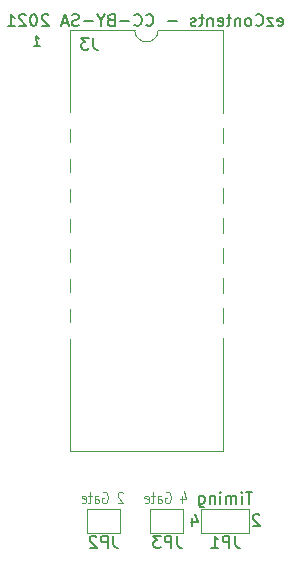
<source format=gbo>
G04 #@! TF.GenerationSoftware,KiCad,Pcbnew,(5.1.9)-1*
G04 #@! TF.CreationDate,2023-07-22T23:25:38+01:00*
G04 #@! TF.ProjectId,ezPLAv2.0,657a504c-4176-4322-9e30-2e6b69636164,v2.0*
G04 #@! TF.SameCoordinates,Original*
G04 #@! TF.FileFunction,Legend,Bot*
G04 #@! TF.FilePolarity,Positive*
%FSLAX46Y46*%
G04 Gerber Fmt 4.6, Leading zero omitted, Abs format (unit mm)*
G04 Created by KiCad (PCBNEW (5.1.9)-1) date 2023-07-22 23:25:38*
%MOMM*%
%LPD*%
G01*
G04 APERTURE LIST*
%ADD10C,0.125000*%
%ADD11C,0.150000*%
%ADD12C,0.120000*%
%ADD13R,1.600000X1.600000*%
%ADD14O,1.600000X1.600000*%
%ADD15O,1.700000X1.700000*%
%ADD16R,1.700000X1.700000*%
%ADD17C,1.422400*%
%ADD18R,1.422400X1.422400*%
%ADD19C,1.600000*%
%ADD20R,1.000000X1.500000*%
G04 APERTURE END LIST*
D10*
X150817857Y-140710714D02*
X150817857Y-141377380D01*
X150996428Y-140329761D02*
X151175000Y-141044047D01*
X150710714Y-141044047D01*
X149460714Y-140425000D02*
X149532142Y-140377380D01*
X149639285Y-140377380D01*
X149746428Y-140425000D01*
X149817857Y-140520238D01*
X149853571Y-140615476D01*
X149889285Y-140805952D01*
X149889285Y-140948809D01*
X149853571Y-141139285D01*
X149817857Y-141234523D01*
X149746428Y-141329761D01*
X149639285Y-141377380D01*
X149567857Y-141377380D01*
X149460714Y-141329761D01*
X149425000Y-141282142D01*
X149425000Y-140948809D01*
X149567857Y-140948809D01*
X148782142Y-141377380D02*
X148782142Y-140853571D01*
X148817857Y-140758333D01*
X148889285Y-140710714D01*
X149032142Y-140710714D01*
X149103571Y-140758333D01*
X148782142Y-141329761D02*
X148853571Y-141377380D01*
X149032142Y-141377380D01*
X149103571Y-141329761D01*
X149139285Y-141234523D01*
X149139285Y-141139285D01*
X149103571Y-141044047D01*
X149032142Y-140996428D01*
X148853571Y-140996428D01*
X148782142Y-140948809D01*
X148532142Y-140710714D02*
X148246428Y-140710714D01*
X148425000Y-140377380D02*
X148425000Y-141234523D01*
X148389285Y-141329761D01*
X148317857Y-141377380D01*
X148246428Y-141377380D01*
X147710714Y-141329761D02*
X147782142Y-141377380D01*
X147925000Y-141377380D01*
X147996428Y-141329761D01*
X148032142Y-141234523D01*
X148032142Y-140853571D01*
X147996428Y-140758333D01*
X147925000Y-140710714D01*
X147782142Y-140710714D01*
X147710714Y-140758333D01*
X147675000Y-140853571D01*
X147675000Y-140948809D01*
X148032142Y-141044047D01*
X145850000Y-140472619D02*
X145814285Y-140425000D01*
X145742857Y-140377380D01*
X145564285Y-140377380D01*
X145492857Y-140425000D01*
X145457142Y-140472619D01*
X145421428Y-140567857D01*
X145421428Y-140663095D01*
X145457142Y-140805952D01*
X145885714Y-141377380D01*
X145421428Y-141377380D01*
X144135714Y-140425000D02*
X144207142Y-140377380D01*
X144314285Y-140377380D01*
X144421428Y-140425000D01*
X144492857Y-140520238D01*
X144528571Y-140615476D01*
X144564285Y-140805952D01*
X144564285Y-140948809D01*
X144528571Y-141139285D01*
X144492857Y-141234523D01*
X144421428Y-141329761D01*
X144314285Y-141377380D01*
X144242857Y-141377380D01*
X144135714Y-141329761D01*
X144100000Y-141282142D01*
X144100000Y-140948809D01*
X144242857Y-140948809D01*
X143457142Y-141377380D02*
X143457142Y-140853571D01*
X143492857Y-140758333D01*
X143564285Y-140710714D01*
X143707142Y-140710714D01*
X143778571Y-140758333D01*
X143457142Y-141329761D02*
X143528571Y-141377380D01*
X143707142Y-141377380D01*
X143778571Y-141329761D01*
X143814285Y-141234523D01*
X143814285Y-141139285D01*
X143778571Y-141044047D01*
X143707142Y-140996428D01*
X143528571Y-140996428D01*
X143457142Y-140948809D01*
X143207142Y-140710714D02*
X142921428Y-140710714D01*
X143100000Y-140377380D02*
X143100000Y-141234523D01*
X143064285Y-141329761D01*
X142992857Y-141377380D01*
X142921428Y-141377380D01*
X142385714Y-141329761D02*
X142457142Y-141377380D01*
X142600000Y-141377380D01*
X142671428Y-141329761D01*
X142707142Y-141234523D01*
X142707142Y-140853571D01*
X142671428Y-140758333D01*
X142600000Y-140710714D01*
X142457142Y-140710714D01*
X142385714Y-140758333D01*
X142350000Y-140853571D01*
X142350000Y-140948809D01*
X142707142Y-141044047D01*
D11*
X156823333Y-140383630D02*
X156251904Y-140383630D01*
X156537619Y-141383630D02*
X156537619Y-140383630D01*
X155918571Y-141383630D02*
X155918571Y-140716964D01*
X155918571Y-140383630D02*
X155966190Y-140431250D01*
X155918571Y-140478869D01*
X155870952Y-140431250D01*
X155918571Y-140383630D01*
X155918571Y-140478869D01*
X155442380Y-141383630D02*
X155442380Y-140716964D01*
X155442380Y-140812202D02*
X155394761Y-140764583D01*
X155299523Y-140716964D01*
X155156666Y-140716964D01*
X155061428Y-140764583D01*
X155013809Y-140859821D01*
X155013809Y-141383630D01*
X155013809Y-140859821D02*
X154966190Y-140764583D01*
X154870952Y-140716964D01*
X154728095Y-140716964D01*
X154632857Y-140764583D01*
X154585238Y-140859821D01*
X154585238Y-141383630D01*
X154109047Y-141383630D02*
X154109047Y-140716964D01*
X154109047Y-140383630D02*
X154156666Y-140431250D01*
X154109047Y-140478869D01*
X154061428Y-140431250D01*
X154109047Y-140383630D01*
X154109047Y-140478869D01*
X153632857Y-140716964D02*
X153632857Y-141383630D01*
X153632857Y-140812202D02*
X153585238Y-140764583D01*
X153490000Y-140716964D01*
X153347142Y-140716964D01*
X153251904Y-140764583D01*
X153204285Y-140859821D01*
X153204285Y-141383630D01*
X152299523Y-140716964D02*
X152299523Y-141526488D01*
X152347142Y-141621726D01*
X152394761Y-141669345D01*
X152490000Y-141716964D01*
X152632857Y-141716964D01*
X152728095Y-141669345D01*
X152299523Y-141336011D02*
X152394761Y-141383630D01*
X152585238Y-141383630D01*
X152680476Y-141336011D01*
X152728095Y-141288392D01*
X152775714Y-141193154D01*
X152775714Y-140907440D01*
X152728095Y-140812202D01*
X152680476Y-140764583D01*
X152585238Y-140716964D01*
X152394761Y-140716964D01*
X152299523Y-140764583D01*
X138353854Y-102611904D02*
X138810997Y-102611904D01*
X138582425Y-102611904D02*
X138482425Y-101811904D01*
X138572901Y-101926190D01*
X138658616Y-102002380D01*
X138739568Y-102040476D01*
X158964285Y-100904761D02*
X159059523Y-100952380D01*
X159250000Y-100952380D01*
X159345238Y-100904761D01*
X159392857Y-100809523D01*
X159392857Y-100428571D01*
X159345238Y-100333333D01*
X159250000Y-100285714D01*
X159059523Y-100285714D01*
X158964285Y-100333333D01*
X158916666Y-100428571D01*
X158916666Y-100523809D01*
X159392857Y-100619047D01*
X158583333Y-100285714D02*
X158059523Y-100285714D01*
X158583333Y-100952380D01*
X158059523Y-100952380D01*
X157107142Y-100857142D02*
X157154761Y-100904761D01*
X157297619Y-100952380D01*
X157392857Y-100952380D01*
X157535714Y-100904761D01*
X157630952Y-100809523D01*
X157678571Y-100714285D01*
X157726190Y-100523809D01*
X157726190Y-100380952D01*
X157678571Y-100190476D01*
X157630952Y-100095238D01*
X157535714Y-100000000D01*
X157392857Y-99952380D01*
X157297619Y-99952380D01*
X157154761Y-100000000D01*
X157107142Y-100047619D01*
X156535714Y-100952380D02*
X156630952Y-100904761D01*
X156678571Y-100857142D01*
X156726190Y-100761904D01*
X156726190Y-100476190D01*
X156678571Y-100380952D01*
X156630952Y-100333333D01*
X156535714Y-100285714D01*
X156392857Y-100285714D01*
X156297619Y-100333333D01*
X156250000Y-100380952D01*
X156202380Y-100476190D01*
X156202380Y-100761904D01*
X156250000Y-100857142D01*
X156297619Y-100904761D01*
X156392857Y-100952380D01*
X156535714Y-100952380D01*
X155773809Y-100285714D02*
X155773809Y-100952380D01*
X155773809Y-100380952D02*
X155726190Y-100333333D01*
X155630952Y-100285714D01*
X155488095Y-100285714D01*
X155392857Y-100333333D01*
X155345238Y-100428571D01*
X155345238Y-100952380D01*
X155011904Y-100285714D02*
X154630952Y-100285714D01*
X154869047Y-99952380D02*
X154869047Y-100809523D01*
X154821428Y-100904761D01*
X154726190Y-100952380D01*
X154630952Y-100952380D01*
X153916666Y-100904761D02*
X154011904Y-100952380D01*
X154202380Y-100952380D01*
X154297619Y-100904761D01*
X154345238Y-100809523D01*
X154345238Y-100428571D01*
X154297619Y-100333333D01*
X154202380Y-100285714D01*
X154011904Y-100285714D01*
X153916666Y-100333333D01*
X153869047Y-100428571D01*
X153869047Y-100523809D01*
X154345238Y-100619047D01*
X153440476Y-100285714D02*
X153440476Y-100952380D01*
X153440476Y-100380952D02*
X153392857Y-100333333D01*
X153297619Y-100285714D01*
X153154761Y-100285714D01*
X153059523Y-100333333D01*
X153011904Y-100428571D01*
X153011904Y-100952380D01*
X152678571Y-100285714D02*
X152297619Y-100285714D01*
X152535714Y-99952380D02*
X152535714Y-100809523D01*
X152488095Y-100904761D01*
X152392857Y-100952380D01*
X152297619Y-100952380D01*
X152011904Y-100904761D02*
X151916666Y-100952380D01*
X151726190Y-100952380D01*
X151630952Y-100904761D01*
X151583333Y-100809523D01*
X151583333Y-100761904D01*
X151630952Y-100666666D01*
X151726190Y-100619047D01*
X151869047Y-100619047D01*
X151964285Y-100571428D01*
X152011904Y-100476190D01*
X152011904Y-100428571D01*
X151964285Y-100333333D01*
X151869047Y-100285714D01*
X151726190Y-100285714D01*
X151630952Y-100333333D01*
X150392857Y-100571428D02*
X149630952Y-100571428D01*
X147821428Y-100857142D02*
X147869047Y-100904761D01*
X148011904Y-100952380D01*
X148107142Y-100952380D01*
X148250000Y-100904761D01*
X148345238Y-100809523D01*
X148392857Y-100714285D01*
X148440476Y-100523809D01*
X148440476Y-100380952D01*
X148392857Y-100190476D01*
X148345238Y-100095238D01*
X148250000Y-100000000D01*
X148107142Y-99952380D01*
X148011904Y-99952380D01*
X147869047Y-100000000D01*
X147821428Y-100047619D01*
X146821428Y-100857142D02*
X146869047Y-100904761D01*
X147011904Y-100952380D01*
X147107142Y-100952380D01*
X147250000Y-100904761D01*
X147345238Y-100809523D01*
X147392857Y-100714285D01*
X147440476Y-100523809D01*
X147440476Y-100380952D01*
X147392857Y-100190476D01*
X147345238Y-100095238D01*
X147250000Y-100000000D01*
X147107142Y-99952380D01*
X147011904Y-99952380D01*
X146869047Y-100000000D01*
X146821428Y-100047619D01*
X146392857Y-100571428D02*
X145630952Y-100571428D01*
X144821428Y-100428571D02*
X144678571Y-100476190D01*
X144630952Y-100523809D01*
X144583333Y-100619047D01*
X144583333Y-100761904D01*
X144630952Y-100857142D01*
X144678571Y-100904761D01*
X144773809Y-100952380D01*
X145154761Y-100952380D01*
X145154761Y-99952380D01*
X144821428Y-99952380D01*
X144726190Y-100000000D01*
X144678571Y-100047619D01*
X144630952Y-100142857D01*
X144630952Y-100238095D01*
X144678571Y-100333333D01*
X144726190Y-100380952D01*
X144821428Y-100428571D01*
X145154761Y-100428571D01*
X143964285Y-100476190D02*
X143964285Y-100952380D01*
X144297619Y-99952380D02*
X143964285Y-100476190D01*
X143630952Y-99952380D01*
X143297619Y-100571428D02*
X142535714Y-100571428D01*
X142107142Y-100904761D02*
X141964285Y-100952380D01*
X141726190Y-100952380D01*
X141630952Y-100904761D01*
X141583333Y-100857142D01*
X141535714Y-100761904D01*
X141535714Y-100666666D01*
X141583333Y-100571428D01*
X141630952Y-100523809D01*
X141726190Y-100476190D01*
X141916666Y-100428571D01*
X142011904Y-100380952D01*
X142059523Y-100333333D01*
X142107142Y-100238095D01*
X142107142Y-100142857D01*
X142059523Y-100047619D01*
X142011904Y-100000000D01*
X141916666Y-99952380D01*
X141678571Y-99952380D01*
X141535714Y-100000000D01*
X141154761Y-100666666D02*
X140678571Y-100666666D01*
X141250000Y-100952380D02*
X140916666Y-99952380D01*
X140583333Y-100952380D01*
X139535714Y-100047619D02*
X139488095Y-100000000D01*
X139392857Y-99952380D01*
X139154761Y-99952380D01*
X139059523Y-100000000D01*
X139011904Y-100047619D01*
X138964285Y-100142857D01*
X138964285Y-100238095D01*
X139011904Y-100380952D01*
X139583333Y-100952380D01*
X138964285Y-100952380D01*
X138345238Y-99952380D02*
X138250000Y-99952380D01*
X138154761Y-100000000D01*
X138107142Y-100047619D01*
X138059523Y-100142857D01*
X138011904Y-100333333D01*
X138011904Y-100571428D01*
X138059523Y-100761904D01*
X138107142Y-100857142D01*
X138154761Y-100904761D01*
X138250000Y-100952380D01*
X138345238Y-100952380D01*
X138440476Y-100904761D01*
X138488095Y-100857142D01*
X138535714Y-100761904D01*
X138583333Y-100571428D01*
X138583333Y-100333333D01*
X138535714Y-100142857D01*
X138488095Y-100047619D01*
X138440476Y-100000000D01*
X138345238Y-99952380D01*
X137630952Y-100047619D02*
X137583333Y-100000000D01*
X137488095Y-99952380D01*
X137250000Y-99952380D01*
X137154761Y-100000000D01*
X137107142Y-100047619D01*
X137059523Y-100142857D01*
X137059523Y-100238095D01*
X137107142Y-100380952D01*
X137678571Y-100952380D01*
X137059523Y-100952380D01*
X136107142Y-100952380D02*
X136678571Y-100952380D01*
X136392857Y-100952380D02*
X136392857Y-99952380D01*
X136488095Y-100095238D01*
X136583333Y-100190476D01*
X136678571Y-100238095D01*
D12*
X146847600Y-101287000D02*
X141387600Y-101287000D01*
X141387600Y-101287000D02*
X141387600Y-136967000D01*
X141387600Y-136967000D02*
X154307600Y-136967000D01*
X154307600Y-136967000D02*
X154307600Y-101287000D01*
X154307600Y-101287000D02*
X148847600Y-101287000D01*
X148847600Y-101287000D02*
G75*
G02*
X146847600Y-101287000I-1000000J0D01*
G01*
X156565000Y-143850000D02*
X156565000Y-141850000D01*
X152465000Y-143850000D02*
X156565000Y-143850000D01*
X152465000Y-141850000D02*
X152465000Y-143850000D01*
X156565000Y-141850000D02*
X152465000Y-141850000D01*
X145590001Y-141850000D02*
X142790001Y-141850000D01*
X142790001Y-141850000D02*
X142790001Y-143850000D01*
X142790001Y-143850000D02*
X145590001Y-143850000D01*
X145590001Y-143850000D02*
X145590001Y-141850000D01*
X150940001Y-143850000D02*
X150940001Y-141850000D01*
X148140001Y-143850000D02*
X150940001Y-143850000D01*
X148140001Y-141850000D02*
X148140001Y-143850000D01*
X150940001Y-141850000D02*
X148140001Y-141850000D01*
D11*
X143333333Y-101952380D02*
X143333333Y-102666666D01*
X143380952Y-102809523D01*
X143476190Y-102904761D01*
X143619047Y-102952380D01*
X143714285Y-102952380D01*
X142952380Y-101952380D02*
X142333333Y-101952380D01*
X142666666Y-102333333D01*
X142523809Y-102333333D01*
X142428571Y-102380952D01*
X142380952Y-102428571D01*
X142333333Y-102523809D01*
X142333333Y-102761904D01*
X142380952Y-102857142D01*
X142428571Y-102904761D01*
X142523809Y-102952380D01*
X142809523Y-102952380D01*
X142904761Y-102904761D01*
X142952380Y-102857142D01*
X155348333Y-144127380D02*
X155348333Y-144841666D01*
X155395952Y-144984523D01*
X155491190Y-145079761D01*
X155634047Y-145127380D01*
X155729285Y-145127380D01*
X154872142Y-145127380D02*
X154872142Y-144127380D01*
X154491190Y-144127380D01*
X154395952Y-144175000D01*
X154348333Y-144222619D01*
X154300714Y-144317857D01*
X154300714Y-144460714D01*
X154348333Y-144555952D01*
X154395952Y-144603571D01*
X154491190Y-144651190D01*
X154872142Y-144651190D01*
X153348333Y-145127380D02*
X153919761Y-145127380D01*
X153634047Y-145127380D02*
X153634047Y-144127380D01*
X153729285Y-144270238D01*
X153824523Y-144365476D01*
X153919761Y-144413095D01*
X151724523Y-142635714D02*
X151724523Y-143302380D01*
X151962619Y-142254761D02*
X152200714Y-142969047D01*
X151581666Y-142969047D01*
X157400714Y-142397619D02*
X157353095Y-142350000D01*
X157257857Y-142302380D01*
X157019761Y-142302380D01*
X156924523Y-142350000D01*
X156876904Y-142397619D01*
X156829285Y-142492857D01*
X156829285Y-142588095D01*
X156876904Y-142730952D01*
X157448333Y-143302380D01*
X156829285Y-143302380D01*
X145033333Y-144127380D02*
X145033333Y-144841666D01*
X145080952Y-144984523D01*
X145176190Y-145079761D01*
X145319047Y-145127380D01*
X145414285Y-145127380D01*
X144557142Y-145127380D02*
X144557142Y-144127380D01*
X144176190Y-144127380D01*
X144080952Y-144175000D01*
X144033333Y-144222619D01*
X143985714Y-144317857D01*
X143985714Y-144460714D01*
X144033333Y-144555952D01*
X144080952Y-144603571D01*
X144176190Y-144651190D01*
X144557142Y-144651190D01*
X143604761Y-144222619D02*
X143557142Y-144175000D01*
X143461904Y-144127380D01*
X143223809Y-144127380D01*
X143128571Y-144175000D01*
X143080952Y-144222619D01*
X143033333Y-144317857D01*
X143033333Y-144413095D01*
X143080952Y-144555952D01*
X143652380Y-145127380D01*
X143033333Y-145127380D01*
X150433333Y-144127380D02*
X150433333Y-144841666D01*
X150480952Y-144984523D01*
X150576190Y-145079761D01*
X150719047Y-145127380D01*
X150814285Y-145127380D01*
X149957142Y-145127380D02*
X149957142Y-144127380D01*
X149576190Y-144127380D01*
X149480952Y-144175000D01*
X149433333Y-144222619D01*
X149385714Y-144317857D01*
X149385714Y-144460714D01*
X149433333Y-144555952D01*
X149480952Y-144603571D01*
X149576190Y-144651190D01*
X149957142Y-144651190D01*
X149052380Y-144127380D02*
X148433333Y-144127380D01*
X148766666Y-144508333D01*
X148623809Y-144508333D01*
X148528571Y-144555952D01*
X148480952Y-144603571D01*
X148433333Y-144698809D01*
X148433333Y-144936904D01*
X148480952Y-145032142D01*
X148528571Y-145079761D01*
X148623809Y-145127380D01*
X148909523Y-145127380D01*
X149004761Y-145079761D01*
X149052380Y-145032142D01*
%LPC*%
D13*
X140227600Y-102617000D03*
D14*
X155467600Y-135637000D03*
X140227600Y-105157000D03*
X155467600Y-133097000D03*
X140227600Y-107697000D03*
X155467600Y-130557000D03*
X140227600Y-110237000D03*
X155467600Y-128017000D03*
X140227600Y-112777000D03*
X155467600Y-125477000D03*
X140227600Y-115317000D03*
X155467600Y-122937000D03*
X140227600Y-117857000D03*
X155467600Y-120397000D03*
X140227600Y-120397000D03*
X155467600Y-117857000D03*
X140227600Y-122937000D03*
X155467600Y-115317000D03*
X140227600Y-125477000D03*
X155467600Y-112777000D03*
X140227600Y-128017000D03*
X155467600Y-110237000D03*
X140227600Y-130557000D03*
X155467600Y-107697000D03*
X140227600Y-133097000D03*
X155467600Y-105157000D03*
X140227600Y-135637000D03*
X155467600Y-102617000D03*
D15*
X149000000Y-103000000D03*
D16*
X146460000Y-103000000D03*
D17*
X156620000Y-111500000D03*
X156620000Y-114040000D03*
X156620000Y-116580000D03*
X156620000Y-119120000D03*
X156620000Y-121660000D03*
X154080000Y-108960000D03*
X154080000Y-114040000D03*
X154080000Y-116580000D03*
X154080000Y-119120000D03*
X154080000Y-121660000D03*
X154080000Y-124200000D03*
X154080000Y-126740000D03*
X151540000Y-126740000D03*
X149000000Y-126740000D03*
X146460000Y-126740000D03*
X143920000Y-126740000D03*
X141380000Y-126740000D03*
X156620000Y-124200000D03*
X151540000Y-124200000D03*
X149000000Y-124200000D03*
X146460000Y-124200000D03*
X143920000Y-124200000D03*
X141380000Y-124200000D03*
X138840000Y-124200000D03*
X138840000Y-121660000D03*
X138840000Y-119120000D03*
X138840000Y-116580000D03*
X138840000Y-114040000D03*
X138840000Y-111500000D03*
X141380000Y-121660000D03*
X141380000Y-119120000D03*
X141380000Y-116580000D03*
X141380000Y-114040000D03*
X141380000Y-111500000D03*
X151540000Y-108960000D03*
X149000000Y-108960000D03*
X141380000Y-108960000D03*
X143920000Y-108960000D03*
X146460000Y-108960000D03*
X154080000Y-111500000D03*
X151540000Y-111500000D03*
X143920000Y-111500000D03*
X146460000Y-111500000D03*
D18*
X149000000Y-111500000D03*
D16*
X142710000Y-135540000D03*
D15*
X142710000Y-133000000D03*
X145250000Y-135540000D03*
X145250000Y-133000000D03*
X147790000Y-135540000D03*
X147790000Y-133000000D03*
X150330000Y-135540000D03*
X150330000Y-133000000D03*
X152870000Y-135540000D03*
X152870000Y-133000000D03*
D19*
X138575000Y-146575000D03*
D14*
X138575000Y-138955000D03*
D20*
X153215000Y-142850000D03*
X154515000Y-142850000D03*
X155815000Y-142850000D03*
D13*
X142675000Y-146525000D03*
D14*
X157915000Y-138905000D03*
X145215000Y-146525000D03*
X155375000Y-138905000D03*
X147755000Y-146525000D03*
X152835000Y-138905000D03*
X150295000Y-146525000D03*
X150295000Y-138905000D03*
X152835000Y-146525000D03*
X147755000Y-138905000D03*
X155375000Y-146525000D03*
X145215000Y-138905000D03*
X157915000Y-146525000D03*
X142675000Y-138905000D03*
D20*
X143540001Y-142850000D03*
X144840001Y-142850000D03*
X150190001Y-142850000D03*
X148890001Y-142850000D03*
M02*

</source>
